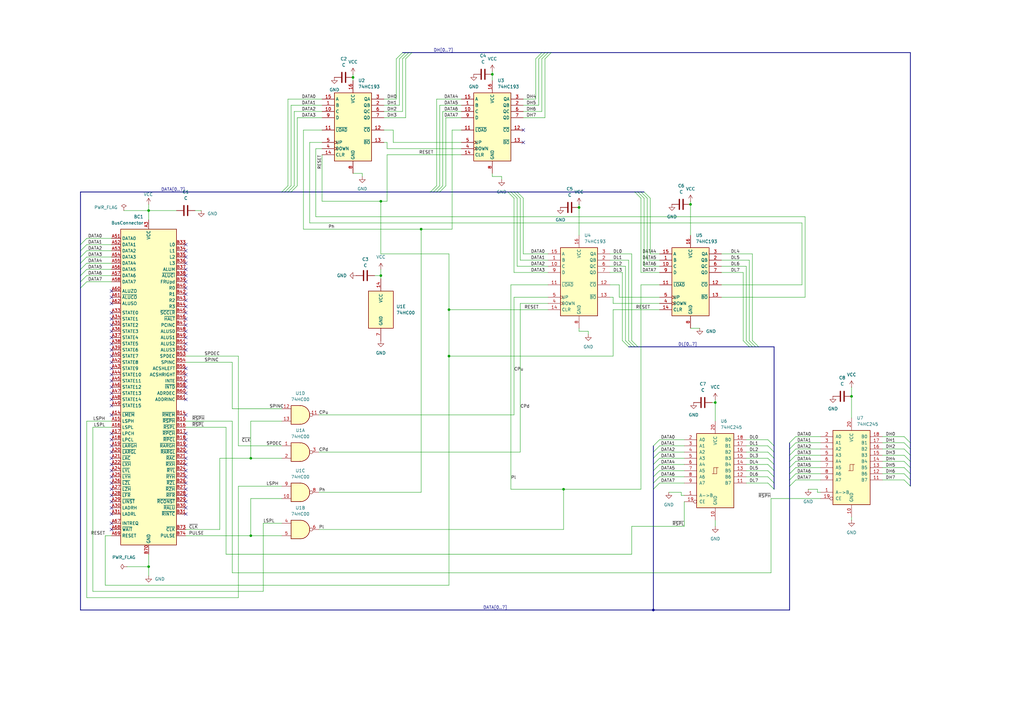
<source format=kicad_sch>
(kicad_sch (version 20250114) (generator "eeschema") (generator_version "9.0")
  (paper "A3")
  (junction (at 293.37 165.1))
  (junction (at 144.78 31.75))
  (junction (at 267.97 250.19))
  (junction (at 102.87 219.71))
  (junction (at 349.25 162.56))
  (junction (at 156.21 113.03))
  (junction (at 102.87 187.96))
  (junction (at 283.21 83.82))
  (junction (at 184.15 146.05))
  (junction (at 156.21 82.55))
  (junction (at 237.49 85.09))
  (junction (at 172.72 93.98))
  (junction (at 201.93 30.48))
  (junction (at 231.14 200.66))
  (junction (at 60.96 86.36))
  (junction (at 184.15 127))
  (junction (at 60.96 232.41))
  (no_connect (at 76.2 125.73))
  (no_connect (at 76.2 161.29))
  (no_connect (at 76.2 208.28))
  (no_connect (at 45.72 214.63))
  (no_connect (at 45.72 161.29))
  (no_connect (at 76.2 107.95))
  (no_connect (at 45.72 121.92))
  (no_connect (at 76.2 143.51))
  (no_connect (at 76.2 195.58))
  (no_connect (at 76.2 153.67))
  (no_connect (at 76.2 135.89))
  (no_connect (at 76.2 163.83))
  (no_connect (at 214.63 58.42))
  (no_connect (at 76.2 115.57))
  (no_connect (at 45.72 190.5))
  (no_connect (at 45.72 187.96))
  (no_connect (at 76.2 182.88))
  (no_connect (at 45.72 193.04))
  (no_connect (at 45.72 140.97))
  (no_connect (at 76.2 203.2))
  (no_connect (at 45.72 217.17))
  (no_connect (at 45.72 158.75))
  (no_connect (at 45.72 146.05))
  (no_connect (at 76.2 198.12))
  (no_connect (at 214.63 53.34))
  (no_connect (at 76.2 140.97))
  (no_connect (at 76.2 185.42))
  (no_connect (at 45.72 177.8))
  (no_connect (at 76.2 130.81))
  (no_connect (at 76.2 193.04))
  (no_connect (at 45.72 170.18))
  (no_connect (at 76.2 138.43))
  (no_connect (at 45.72 182.88))
  (no_connect (at 76.2 190.5))
  (no_connect (at 45.72 128.27))
  (no_connect (at 45.72 180.34))
  (no_connect (at 45.72 163.83))
  (no_connect (at 45.72 210.82))
  (no_connect (at 45.72 200.66))
  (no_connect (at 76.2 102.87))
  (no_connect (at 76.2 113.03))
  (no_connect (at 76.2 200.66))
  (no_connect (at 76.2 156.21))
  (no_connect (at 45.72 166.37))
  (no_connect (at 76.2 151.13))
  (no_connect (at 76.2 123.19))
  (no_connect (at 76.2 158.75))
  (no_connect (at 45.72 153.67))
  (no_connect (at 45.72 133.35))
  (no_connect (at 45.72 205.74))
  (no_connect (at 45.72 195.58))
  (no_connect (at 45.72 148.59))
  (no_connect (at 76.2 170.18))
  (no_connect (at 45.72 135.89))
  (no_connect (at 45.72 151.13))
  (no_connect (at 76.2 133.35))
  (no_connect (at 76.2 100.33))
  (no_connect (at 76.2 128.27))
  (no_connect (at 76.2 105.41))
  (no_connect (at 45.72 138.43))
  (no_connect (at 76.2 110.49))
  (no_connect (at 45.72 124.46))
  (no_connect (at 45.72 130.81))
  (no_connect (at 45.72 185.42))
  (no_connect (at 45.72 143.51))
  (no_connect (at 76.2 118.11))
  (no_connect (at 45.72 208.28))
  (no_connect (at 76.2 187.96))
  (no_connect (at 45.72 156.21))
  (no_connect (at 76.2 210.82))
  (no_connect (at 76.2 120.65))
  (no_connect (at 76.2 177.8))
  (no_connect (at 76.2 180.34))
  (no_connect (at 45.72 119.38))
  (no_connect (at 45.72 198.12))
  (no_connect (at 45.72 203.2))
  (no_connect (at 76.2 205.74))
  (bus_entry (at 209.55 78.74) (size 2.54 2.54))
  (bus_entry (at 317.5 193.04) (size -2.54 -2.54))
  (bus_entry (at 33.02 107.95) (size 2.54 -2.54))
  (bus_entry (at 267.97 198.12) (size 2.54 -2.54))
  (bus_entry (at 223.52 21.59) (size -2.54 2.54))
  (bus_entry (at 317.5 182.88) (size -2.54 -2.54))
  (bus_entry (at 264.16 78.74) (size 2.54 2.54))
  (bus_entry (at 259.08 142.24) (size -2.54 -2.54))
  (bus_entry (at 33.02 100.33) (size 2.54 -2.54))
  (bus_entry (at 116.84 78.74) (size 2.54 -2.54))
  (bus_entry (at 267.97 195.58) (size 2.54 -2.54))
  (bus_entry (at 267.97 193.04) (size 2.54 -2.54))
  (bus_entry (at 179.07 78.74) (size 2.54 -2.54))
  (bus_entry (at 323.85 181.61) (size 2.54 -2.54))
  (bus_entry (at 323.85 194.31) (size 2.54 -2.54))
  (bus_entry (at 176.53 78.74) (size 2.54 -2.54))
  (bus_entry (at 261.62 142.24) (size -2.54 -2.54))
  (bus_entry (at 308.61 142.24) (size -2.54 -2.54))
  (bus_entry (at 257.81 142.24) (size -2.54 -2.54))
  (bus_entry (at 373.38 189.23) (size -2.54 -2.54))
  (bus_entry (at 373.38 186.69) (size -2.54 -2.54))
  (bus_entry (at 212.09 78.74) (size 2.54 2.54))
  (bus_entry (at 168.91 21.59) (size -2.54 2.54))
  (bus_entry (at 118.11 78.74) (size 2.54 -2.54))
  (bus_entry (at 33.02 115.57) (size 2.54 -2.54))
  (bus_entry (at 373.38 199.39) (size -2.54 -2.54))
  (bus_entry (at 373.38 184.15) (size -2.54 -2.54))
  (bus_entry (at 177.8 78.74) (size 2.54 -2.54))
  (bus_entry (at 33.02 113.03) (size 2.54 -2.54))
  (bus_entry (at 323.85 186.69) (size 2.54 -2.54))
  (bus_entry (at 323.85 184.15) (size 2.54 -2.54))
  (bus_entry (at 33.02 118.11) (size 2.54 -2.54))
  (bus_entry (at 317.5 198.12) (size -2.54 -2.54))
  (bus_entry (at 267.97 187.96) (size 2.54 -2.54))
  (bus_entry (at 165.1 21.59) (size -2.54 2.54))
  (bus_entry (at 261.62 78.74) (size 2.54 2.54))
  (bus_entry (at 317.5 190.5) (size -2.54 -2.54))
  (bus_entry (at 317.5 195.58) (size -2.54 -2.54))
  (bus_entry (at 260.35 78.74) (size 2.54 2.54))
  (bus_entry (at 115.57 78.74) (size 2.54 -2.54))
  (bus_entry (at 323.85 196.85) (size 2.54 -2.54))
  (bus_entry (at 373.38 191.77) (size -2.54 -2.54))
  (bus_entry (at 323.85 189.23) (size 2.54 -2.54))
  (bus_entry (at 260.35 142.24) (size -2.54 -2.54))
  (bus_entry (at 309.88 142.24) (size -2.54 -2.54))
  (bus_entry (at 222.25 21.59) (size -2.54 2.54))
  (bus_entry (at 373.38 194.31) (size -2.54 -2.54))
  (bus_entry (at 208.28 78.74) (size 2.54 2.54))
  (bus_entry (at 311.15 142.24) (size -2.54 -2.54))
  (bus_entry (at 267.97 200.66) (size 2.54 -2.54))
  (bus_entry (at 224.79 21.59) (size -2.54 2.54))
  (bus_entry (at 33.02 110.49) (size 2.54 -2.54))
  (bus_entry (at 323.85 191.77) (size 2.54 -2.54))
  (bus_entry (at 226.06 21.59) (size -2.54 2.54))
  (bus_entry (at 323.85 199.39) (size 2.54 -2.54))
  (bus_entry (at 267.97 185.42) (size 2.54 -2.54))
  (bus_entry (at 267.97 190.5) (size 2.54 -2.54))
  (bus_entry (at 262.89 78.74) (size 2.54 2.54))
  (bus_entry (at 317.5 200.66) (size -2.54 -2.54))
  (bus_entry (at 210.82 78.74) (size 2.54 2.54))
  (bus_entry (at 33.02 102.87) (size 2.54 -2.54))
  (bus_entry (at 33.02 105.41) (size 2.54 -2.54))
  (bus_entry (at 373.38 181.61) (size -2.54 -2.54))
  (bus_entry (at 119.38 78.74) (size 2.54 -2.54))
  (bus_entry (at 317.5 187.96) (size -2.54 -2.54))
  (bus_entry (at 307.34 142.24) (size -2.54 -2.54))
  (bus_entry (at 180.34 78.74) (size 2.54 -2.54))
  (bus_entry (at 317.5 185.42) (size -2.54 -2.54))
  (bus_entry (at 373.38 196.85) (size -2.54 -2.54))
  (bus_entry (at 166.37 21.59) (size -2.54 2.54))
  (bus_entry (at 167.64 21.59) (size -2.54 2.54))
  (bus_entry (at 267.97 182.88) (size 2.54 -2.54))
  (bus (pts (xy 166.37 21.59) (xy 165.1 21.59)))
  (wire (pts (xy 121.92 48.26) (xy 132.08 48.26)))
  (wire (pts (xy 328.93 116.84) (xy 328.93 91.44)))
  (wire (pts (xy 97.79 199.39) (xy 115.57 199.39)))
  (wire (pts (xy 205.74 73.66) (xy 205.74 72.39)))
  (wire (pts (xy 43.18 219.71) (xy 43.18 240.03)))
  (bus (pts (xy 262.89 78.74) (xy 264.16 78.74)))
  (wire (pts (xy 210.82 170.18) (xy 130.81 170.18)))
  (wire (pts (xy 95.25 172.72) (xy 95.25 234.95)))
  (bus (pts (xy 257.81 142.24) (xy 259.08 142.24)))
  (wire (pts (xy 262.89 116.84) (xy 270.51 116.84)))
  (bus (pts (xy 267.97 198.12) (xy 267.97 200.66)))
  (wire (pts (xy 156.21 113.03) (xy 156.21 114.3)))
  (wire (pts (xy 35.56 113.03) (xy 45.72 113.03)))
  (wire (pts (xy 119.38 43.18) (xy 132.08 43.18)))
  (wire (pts (xy 308.61 139.7) (xy 308.61 104.14)))
  (wire (pts (xy 250.19 121.92) (xy 251.46 121.92)))
  (wire (pts (xy 35.56 172.72) (xy 35.56 245.11)))
  (wire (pts (xy 314.96 182.88) (xy 306.07 182.88)))
  (wire (pts (xy 209.55 200.66) (xy 231.14 200.66)))
  (wire (pts (xy 270.51 187.96) (xy 280.67 187.96)))
  (wire (pts (xy 326.39 186.69) (xy 336.55 186.69)))
  (wire (pts (xy 212.09 81.28) (xy 212.09 109.22)))
  (bus (pts (xy 267.97 185.42) (xy 267.97 187.96)))
  (wire (pts (xy 265.43 106.68) (xy 270.51 106.68)))
  (wire (pts (xy 304.8 139.7) (xy 304.8 111.76)))
  (bus (pts (xy 33.02 78.74) (xy 115.57 78.74)))
  (wire (pts (xy 185.42 53.34) (xy 189.23 53.34)))
  (wire (pts (xy 76.2 148.59) (xy 95.25 148.59)))
  (bus (pts (xy 261.62 78.74) (xy 262.89 78.74)))
  (wire (pts (xy 231.14 217.17) (xy 231.14 200.66)))
  (wire (pts (xy 314.96 193.04) (xy 306.07 193.04)))
  (wire (pts (xy 127 58.42) (xy 132.08 58.42)))
  (wire (pts (xy 370.84 194.31) (xy 361.95 194.31)))
  (wire (pts (xy 262.89 111.76) (xy 270.51 111.76)))
  (wire (pts (xy 124.46 93.98) (xy 124.46 53.34)))
  (wire (pts (xy 349.25 162.56) (xy 349.25 171.45)))
  (wire (pts (xy 35.56 105.41) (xy 45.72 105.41)))
  (wire (pts (xy 162.56 40.64) (xy 157.48 40.64)))
  (wire (pts (xy 214.63 81.28) (xy 214.63 104.14)))
  (wire (pts (xy 295.91 109.22) (xy 306.07 109.22)))
  (wire (pts (xy 279.4 201.93) (xy 279.4 203.2)))
  (bus (pts (xy 33.02 78.74) (xy 33.02 100.33)))
  (wire (pts (xy 179.07 76.2) (xy 179.07 40.64)))
  (wire (pts (xy 165.1 24.13) (xy 165.1 45.72)))
  (wire (pts (xy 43.18 219.71) (xy 45.72 219.71)))
  (wire (pts (xy 124.46 53.34) (xy 132.08 53.34)))
  (bus (pts (xy 267.97 195.58) (xy 267.97 198.12)))
  (wire (pts (xy 92.71 227.33) (xy 259.08 227.33)))
  (bus (pts (xy 167.64 21.59) (xy 166.37 21.59)))
  (wire (pts (xy 158.75 82.55) (xy 158.75 63.5)))
  (wire (pts (xy 82.55 86.36) (xy 80.01 86.36)))
  (bus (pts (xy 308.61 142.24) (xy 309.88 142.24)))
  (wire (pts (xy 213.36 124.46) (xy 224.79 124.46)))
  (wire (pts (xy 270.51 190.5) (xy 280.67 190.5)))
  (wire (pts (xy 201.93 33.02) (xy 201.93 30.48)))
  (wire (pts (xy 349.25 213.36) (xy 349.25 212.09)))
  (wire (pts (xy 293.37 163.83) (xy 293.37 165.1)))
  (wire (pts (xy 370.84 196.85) (xy 361.95 196.85)))
  (wire (pts (xy 254 121.92) (xy 270.51 121.92)))
  (wire (pts (xy 209.55 116.84) (xy 209.55 200.66)))
  (wire (pts (xy 156.21 104.14) (xy 156.21 82.55)))
  (wire (pts (xy 158.75 60.96) (xy 189.23 60.96)))
  (wire (pts (xy 220.98 43.18) (xy 214.63 43.18)))
  (bus (pts (xy 317.5 187.96) (xy 317.5 190.5)))
  (wire (pts (xy 38.1 175.26) (xy 45.72 175.26)))
  (wire (pts (xy 314.96 180.34) (xy 306.07 180.34)))
  (wire (pts (xy 326.39 196.85) (xy 336.55 196.85)))
  (wire (pts (xy 107.95 214.63) (xy 115.57 214.63)))
  (wire (pts (xy 92.71 175.26) (xy 92.71 227.33)))
  (wire (pts (xy 264.16 109.22) (xy 270.51 109.22)))
  (bus (pts (xy 33.02 100.33) (xy 33.02 102.87)))
  (bus (pts (xy 118.11 78.74) (xy 119.38 78.74)))
  (bus (pts (xy 311.15 142.24) (xy 317.5 142.24)))
  (bus (pts (xy 180.34 78.74) (xy 208.28 78.74)))
  (wire (pts (xy 166.37 24.13) (xy 166.37 48.26)))
  (wire (pts (xy 120.65 76.2) (xy 120.65 45.72)))
  (bus (pts (xy 267.97 190.5) (xy 267.97 193.04)))
  (wire (pts (xy 130.81 217.17) (xy 231.14 217.17)))
  (wire (pts (xy 241.3 135.89) (xy 241.3 137.16)))
  (wire (pts (xy 172.72 201.93) (xy 172.72 93.98)))
  (wire (pts (xy 306.07 139.7) (xy 306.07 109.22)))
  (bus (pts (xy 267.97 250.19) (xy 323.85 250.19)))
  (wire (pts (xy 35.56 102.87) (xy 45.72 102.87)))
  (wire (pts (xy 254 121.92) (xy 254 116.84)))
  (wire (pts (xy 124.46 93.98) (xy 172.72 93.98)))
  (bus (pts (xy 267.97 187.96) (xy 267.97 190.5)))
  (wire (pts (xy 119.38 76.2) (xy 119.38 43.18)))
  (bus (pts (xy 209.55 78.74) (xy 210.82 78.74)))
  (wire (pts (xy 331.47 200.66) (xy 335.28 200.66)))
  (wire (pts (xy 180.34 43.18) (xy 189.23 43.18)))
  (wire (pts (xy 262.89 200.66) (xy 262.89 116.84)))
  (wire (pts (xy 274.32 201.93) (xy 279.4 201.93)))
  (wire (pts (xy 60.96 86.36) (xy 72.39 86.36)))
  (bus (pts (xy 179.07 78.74) (xy 180.34 78.74)))
  (bus (pts (xy 119.38 78.74) (xy 176.53 78.74)))
  (wire (pts (xy 370.84 191.77) (xy 361.95 191.77)))
  (wire (pts (xy 148.59 71.12) (xy 148.59 72.39)))
  (wire (pts (xy 314.96 187.96) (xy 306.07 187.96)))
  (wire (pts (xy 214.63 104.14) (xy 224.79 104.14)))
  (wire (pts (xy 97.79 182.88) (xy 115.57 182.88)))
  (wire (pts (xy 270.51 195.58) (xy 280.67 195.58)))
  (wire (pts (xy 129.54 60.96) (xy 132.08 60.96)))
  (wire (pts (xy 50.8 86.36) (xy 60.96 86.36)))
  (bus (pts (xy 177.8 78.74) (xy 179.07 78.74)))
  (wire (pts (xy 220.98 24.13) (xy 220.98 43.18)))
  (bus (pts (xy 223.52 21.59) (xy 222.25 21.59)))
  (wire (pts (xy 213.36 185.42) (xy 130.81 185.42)))
  (wire (pts (xy 210.82 111.76) (xy 224.79 111.76)))
  (wire (pts (xy 161.29 58.42) (xy 189.23 58.42)))
  (wire (pts (xy 156.21 82.55) (xy 132.08 82.55)))
  (bus (pts (xy 267.97 200.66) (xy 267.97 250.19)))
  (wire (pts (xy 316.23 204.47) (xy 336.55 204.47)))
  (wire (pts (xy 270.51 185.42) (xy 280.67 185.42)))
  (wire (pts (xy 76.2 175.26) (xy 92.71 175.26)))
  (wire (pts (xy 295.91 121.92) (xy 330.2 121.92)))
  (wire (pts (xy 283.21 83.82) (xy 283.21 96.52)))
  (bus (pts (xy 323.85 196.85) (xy 323.85 199.39)))
  (wire (pts (xy 295.91 111.76) (xy 304.8 111.76)))
  (bus (pts (xy 323.85 184.15) (xy 323.85 186.69)))
  (bus (pts (xy 323.85 181.61) (xy 323.85 184.15)))
  (wire (pts (xy 222.25 24.13) (xy 222.25 45.72)))
  (wire (pts (xy 370.84 186.69) (xy 361.95 186.69)))
  (wire (pts (xy 314.96 195.58) (xy 306.07 195.58)))
  (bus (pts (xy 317.5 193.04) (xy 317.5 195.58)))
  (wire (pts (xy 213.36 106.68) (xy 224.79 106.68)))
  (wire (pts (xy 184.15 127) (xy 184.15 104.14)))
  (wire (pts (xy 219.71 24.13) (xy 219.71 40.64)))
  (bus (pts (xy 226.06 21.59) (xy 373.38 21.59)))
  (wire (pts (xy 270.51 180.34) (xy 280.67 180.34)))
  (wire (pts (xy 270.51 182.88) (xy 280.67 182.88)))
  (wire (pts (xy 90.17 187.96) (xy 102.87 187.96)))
  (bus (pts (xy 168.91 21.59) (xy 167.64 21.59)))
  (wire (pts (xy 264.16 81.28) (xy 264.16 109.22)))
  (wire (pts (xy 237.49 135.89) (xy 237.49 134.62)))
  (wire (pts (xy 256.54 139.7) (xy 256.54 109.22)))
  (wire (pts (xy 349.25 158.75) (xy 349.25 162.56)))
  (wire (pts (xy 181.61 45.72) (xy 189.23 45.72)))
  (wire (pts (xy 270.51 193.04) (xy 280.67 193.04)))
  (bus (pts (xy 261.62 142.24) (xy 307.34 142.24)))
  (wire (pts (xy 129.54 88.9) (xy 129.54 60.96)))
  (wire (pts (xy 35.56 245.11) (xy 97.79 245.11)))
  (wire (pts (xy 330.2 121.92) (xy 330.2 88.9)))
  (wire (pts (xy 102.87 172.72) (xy 115.57 172.72)))
  (wire (pts (xy 251.46 124.46) (xy 270.51 124.46)))
  (wire (pts (xy 326.39 181.61) (xy 336.55 181.61)))
  (wire (pts (xy 201.93 29.21) (xy 201.93 30.48)))
  (wire (pts (xy 102.87 187.96) (xy 115.57 187.96)))
  (wire (pts (xy 259.08 139.7) (xy 259.08 104.14)))
  (wire (pts (xy 370.84 181.61) (xy 361.95 181.61)))
  (wire (pts (xy 210.82 121.92) (xy 224.79 121.92)))
  (bus (pts (xy 323.85 199.39) (xy 323.85 250.19)))
  (bus (pts (xy 33.02 250.19) (xy 267.97 250.19)))
  (wire (pts (xy 184.15 146.05) (xy 184.15 127)))
  (bus (pts (xy 317.5 185.42) (xy 317.5 187.96)))
  (bus (pts (xy 317.5 195.58) (xy 317.5 198.12)))
  (wire (pts (xy 76.2 172.72) (xy 95.25 172.72)))
  (wire (pts (xy 158.75 63.5) (xy 189.23 63.5)))
  (wire (pts (xy 330.2 88.9) (xy 129.54 88.9)))
  (wire (pts (xy 130.81 201.93) (xy 172.72 201.93)))
  (wire (pts (xy 266.7 104.14) (xy 270.51 104.14)))
  (wire (pts (xy 335.28 201.93) (xy 336.55 201.93)))
  (bus (pts (xy 373.38 194.31) (xy 373.38 196.85)))
  (bus (pts (xy 116.84 78.74) (xy 118.11 78.74)))
  (wire (pts (xy 102.87 204.47) (xy 115.57 204.47)))
  (bus (pts (xy 317.5 198.12) (xy 317.5 200.66)))
  (wire (pts (xy 259.08 227.33) (xy 259.08 215.9)))
  (wire (pts (xy 121.92 76.2) (xy 121.92 48.26)))
  (bus (pts (xy 373.38 184.15) (xy 373.38 186.69)))
  (wire (pts (xy 184.15 240.03) (xy 184.15 146.05)))
  (wire (pts (xy 97.79 245.11) (xy 97.79 199.39)))
  (wire (pts (xy 158.75 60.96) (xy 158.75 58.42)))
  (wire (pts (xy 328.93 91.44) (xy 127 91.44)))
  (bus (pts (xy 373.38 186.69) (xy 373.38 189.23)))
  (wire (pts (xy 314.96 198.12) (xy 306.07 198.12)))
  (wire (pts (xy 184.15 127) (xy 224.79 127)))
  (wire (pts (xy 38.1 175.26) (xy 38.1 242.57)))
  (wire (pts (xy 172.72 93.98) (xy 185.42 93.98)))
  (bus (pts (xy 267.97 193.04) (xy 267.97 195.58)))
  (wire (pts (xy 43.18 240.03) (xy 184.15 240.03)))
  (bus (pts (xy 224.79 21.59) (xy 223.52 21.59)))
  (wire (pts (xy 185.42 93.98) (xy 185.42 53.34)))
  (wire (pts (xy 295.91 116.84) (xy 328.93 116.84)))
  (bus (pts (xy 208.28 78.74) (xy 209.55 78.74)))
  (bus (pts (xy 373.38 189.23) (xy 373.38 191.77)))
  (wire (pts (xy 144.78 30.48) (xy 144.78 31.75)))
  (wire (pts (xy 326.39 189.23) (xy 336.55 189.23)))
  (wire (pts (xy 295.91 106.68) (xy 307.34 106.68)))
  (bus (pts (xy 323.85 189.23) (xy 323.85 191.77)))
  (wire (pts (xy 283.21 82.55) (xy 283.21 83.82)))
  (bus (pts (xy 323.85 186.69) (xy 323.85 189.23)))
  (wire (pts (xy 148.59 71.12) (xy 144.78 71.12)))
  (bus (pts (xy 373.38 21.59) (xy 373.38 181.61)))
  (wire (pts (xy 259.08 104.14) (xy 250.19 104.14)))
  (wire (pts (xy 251.46 146.05) (xy 251.46 127)))
  (wire (pts (xy 165.1 45.72) (xy 157.48 45.72)))
  (wire (pts (xy 205.74 72.39) (xy 201.93 72.39)))
  (bus (pts (xy 259.08 142.24) (xy 260.35 142.24)))
  (wire (pts (xy 213.36 124.46) (xy 213.36 185.42)))
  (wire (pts (xy 255.27 111.76) (xy 250.19 111.76)))
  (bus (pts (xy 373.38 196.85) (xy 373.38 199.39)))
  (wire (pts (xy 241.3 135.89) (xy 237.49 135.89)))
  (wire (pts (xy 259.08 215.9) (xy 280.67 215.9)))
  (wire (pts (xy 76.2 217.17) (xy 90.17 217.17)))
  (wire (pts (xy 161.29 53.34) (xy 161.29 58.42)))
  (bus (pts (xy 323.85 191.77) (xy 323.85 194.31)))
  (wire (pts (xy 370.84 184.15) (xy 361.95 184.15)))
  (wire (pts (xy 326.39 179.07) (xy 336.55 179.07)))
  (wire (pts (xy 237.49 85.09) (xy 237.49 96.52)))
  (wire (pts (xy 180.34 76.2) (xy 180.34 43.18)))
  (wire (pts (xy 370.84 189.23) (xy 361.95 189.23)))
  (bus (pts (xy 33.02 118.11) (xy 33.02 250.19)))
  (bus (pts (xy 373.38 181.61) (xy 373.38 184.15)))
  (wire (pts (xy 163.83 24.13) (xy 163.83 43.18)))
  (wire (pts (xy 60.96 232.41) (xy 60.96 236.22)))
  (wire (pts (xy 237.49 83.82) (xy 237.49 85.09)))
  (wire (pts (xy 316.23 234.95) (xy 316.23 204.47)))
  (wire (pts (xy 95.25 234.95) (xy 316.23 234.95)))
  (wire (pts (xy 102.87 172.72) (xy 102.87 187.96)))
  (wire (pts (xy 76.2 146.05) (xy 97.79 146.05)))
  (wire (pts (xy 370.84 179.07) (xy 361.95 179.07)))
  (wire (pts (xy 179.07 40.64) (xy 189.23 40.64)))
  (bus (pts (xy 260.35 142.24) (xy 261.62 142.24)))
  (wire (pts (xy 255.27 139.7) (xy 255.27 111.76)))
  (bus (pts (xy 115.57 78.74) (xy 116.84 78.74)))
  (bus (pts (xy 33.02 102.87) (xy 33.02 105.41)))
  (bus (pts (xy 317.5 142.24) (xy 317.5 182.88)))
  (wire (pts (xy 153.67 113.03) (xy 156.21 113.03)))
  (wire (pts (xy 107.95 242.57) (xy 107.95 214.63)))
  (bus (pts (xy 317.5 182.88) (xy 317.5 185.42)))
  (bus (pts (xy 176.53 78.74) (xy 177.8 78.74)))
  (wire (pts (xy 250.19 109.22) (xy 256.54 109.22)))
  (wire (pts (xy 280.67 205.74) (xy 280.67 215.9)))
  (wire (pts (xy 326.39 184.15) (xy 336.55 184.15)))
  (bus (pts (xy 260.35 78.74) (xy 261.62 78.74)))
  (wire (pts (xy 163.83 43.18) (xy 157.48 43.18)))
  (bus (pts (xy 309.88 142.24) (xy 311.15 142.24)))
  (wire (pts (xy 283.21 134.62) (xy 287.02 134.62)))
  (bus (pts (xy 33.02 110.49) (xy 33.02 113.03)))
  (bus (pts (xy 33.02 115.57) (xy 33.02 118.11)))
  (bus (pts (xy 33.02 107.95) (xy 33.02 110.49)))
  (wire (pts (xy 181.61 76.2) (xy 181.61 45.72)))
  (wire (pts (xy 326.39 191.77) (xy 336.55 191.77)))
  (wire (pts (xy 231.14 200.66) (xy 262.89 200.66)))
  (wire (pts (xy 335.28 200.66) (xy 335.28 201.93)))
  (bus (pts (xy 33.02 105.41) (xy 33.02 107.95)))
  (wire (pts (xy 182.88 76.2) (xy 182.88 48.26)))
  (wire (pts (xy 222.25 45.72) (xy 214.63 45.72)))
  (wire (pts (xy 210.82 121.92) (xy 210.82 170.18)))
  (wire (pts (xy 38.1 242.57) (xy 107.95 242.57)))
  (wire (pts (xy 292.1 165.1) (xy 293.37 165.1)))
  (wire (pts (xy 265.43 81.28) (xy 265.43 106.68)))
  (wire (pts (xy 210.82 81.28) (xy 210.82 111.76)))
  (wire (pts (xy 293.37 213.36) (xy 293.37 215.9)))
  (wire (pts (xy 251.46 121.92) (xy 251.46 124.46)))
  (bus (pts (xy 317.5 190.5) (xy 317.5 193.04)))
  (wire (pts (xy 314.96 185.42) (xy 306.07 185.42)))
  (bus (pts (xy 373.38 191.77) (xy 373.38 194.31)))
  (bus (pts (xy 260.35 78.74) (xy 212.09 78.74)))
  (wire (pts (xy 60.96 86.36) (xy 60.96 90.17)))
  (wire (pts (xy 35.56 100.33) (xy 45.72 100.33)))
  (wire (pts (xy 35.56 115.57) (xy 45.72 115.57)))
  (wire (pts (xy 250.19 116.84) (xy 254 116.84)))
  (bus (pts (xy 33.02 113.03) (xy 33.02 115.57)))
  (wire (pts (xy 97.79 146.05) (xy 97.79 182.88)))
  (wire (pts (xy 76.2 219.71) (xy 102.87 219.71)))
  (wire (pts (xy 52.07 232.41) (xy 60.96 232.41)))
  (wire (pts (xy 102.87 204.47) (xy 102.87 219.71)))
  (wire (pts (xy 132.08 82.55) (xy 132.08 63.5)))
  (wire (pts (xy 60.96 227.33) (xy 60.96 232.41)))
  (wire (pts (xy 257.81 106.68) (xy 250.19 106.68)))
  (wire (pts (xy 95.25 148.59) (xy 95.25 167.64)))
  (bus (pts (xy 210.82 78.74) (xy 212.09 78.74)))
  (wire (pts (xy 182.88 48.26) (xy 189.23 48.26)))
  (bus (pts (xy 267.97 182.88) (xy 267.97 185.42)))
  (wire (pts (xy 314.96 190.5) (xy 306.07 190.5)))
  (bus (pts (xy 226.06 21.59) (xy 224.79 21.59)))
  (wire (pts (xy 213.36 81.28) (xy 213.36 106.68)))
  (wire (pts (xy 214.63 48.26) (xy 223.52 48.26)))
  (wire (pts (xy 95.25 167.64) (xy 115.57 167.64)))
  (wire (pts (xy 158.75 58.42) (xy 157.48 58.42)))
  (bus (pts (xy 307.34 142.24) (xy 308.61 142.24)))
  (wire (pts (xy 223.52 24.13) (xy 223.52 48.26)))
  (wire (pts (xy 326.39 194.31) (xy 336.55 194.31)))
  (wire (pts (xy 257.81 139.7) (xy 257.81 106.68)))
  (bus (pts (xy 168.91 21.59) (xy 222.25 21.59)))
  (wire (pts (xy 307.34 139.7) (xy 307.34 106.68)))
  (wire (pts (xy 270.51 198.12) (xy 280.67 198.12)))
  (wire (pts (xy 166.37 48.26) (xy 157.48 48.26)))
  (wire (pts (xy 212.09 109.22) (xy 224.79 109.22)))
  (wire (pts (xy 35.56 97.79) (xy 45.72 97.79)))
  (wire (pts (xy 102.87 219.71) (xy 115.57 219.71)))
  (wire (pts (xy 219.71 40.64) (xy 214.63 40.64)))
  (wire (pts (xy 35.56 110.49) (xy 45.72 110.49)))
  (wire (pts (xy 157.48 53.34) (xy 161.29 53.34)))
  (wire (pts (xy 201.93 72.39) (xy 201.93 71.12)))
  (wire (pts (xy 118.11 76.2) (xy 118.11 40.64)))
  (bus (pts (xy 323.85 194.31) (xy 323.85 196.85)))
  (wire (pts (xy 120.65 45.72) (xy 132.08 45.72)))
  (wire (pts (xy 184.15 146.05) (xy 251.46 146.05)))
  (wire (pts (xy 35.56 107.95) (xy 45.72 107.95)))
  (wire (pts (xy 293.37 165.1) (xy 293.37 172.72)))
  (wire (pts (xy 144.78 31.75) (xy 144.78 33.02)))
  (wire (pts (xy 266.7 81.28) (xy 266.7 104.14)))
  (wire (pts (xy 251.46 127) (xy 270.51 127)))
  (wire (pts (xy 209.55 116.84) (xy 224.79 116.84)))
  (wire (pts (xy 184.15 104.14) (xy 156.21 104.14)))
  (wire (pts (xy 156.21 82.55) (xy 158.75 82.55)))
  (wire (pts (xy 118.11 40.64) (xy 132.08 40.64)))
  (wire (pts (xy 295.91 104.14) (xy 308.61 104.14)))
  (wire (pts (xy 156.21 110.49) (xy 156.21 113.03)))
  (wire (pts (xy 127 91.44) (xy 127 58.42)))
  (wire (pts (xy 90.17 217.17) (xy 90.17 187.96)))
  (wire (pts (xy 162.56 24.13) (xy 162.56 40.64)))
  (wire (pts (xy 60.96 83.82) (xy 60.96 86.36)))
  (wire (pts (xy 35.56 172.72) (xy 45.72 172.72)))
  (wire (pts (xy 262.89 81.28) (xy 262.89 111.76)))
  (wire (pts (xy 279.4 203.2) (xy 280.67 203.2)))
  (label "DL0" (at 251.46 104.14 0))
  (label "DL4" (at 299.72 104.14 0))
  (label "DH6" (at 215.9 45.72 0))
  (label "DL5" (at 299.72 106.68 0))
  (label "DATA0" (at 276.86 180.34 180))
  (label "~{RSPH}" (at 316.23 204.47 180))
  (label "DATA7" (at 187.96 48.26 180))
  (label "DATA6" (at 187.96 45.72 180))
  (label "RESET" (at 220.98 127 180))
  (label "DATA5" (at 332.74 191.77 180))
  (label "DL7" (at 307.34 198.12 0))
  (label "DATA3" (at 332.74 186.69 180))
  (label "DL0" (at 307.34 180.34 0))
  (label "LSPH" (at 109.22 199.39 0))
  (label "DH6" (at 363.22 194.31 0))
  (label "DATA2" (at 223.52 109.22 180))
  (label "DATA7" (at 276.86 198.12 180))
  (label "DL2" (at 307.34 185.42 0))
  (label "DATA3" (at 276.86 187.96 180))
  (label "DATA[0..7]" (at 198.12 250.19 0))
  (label "DATA0" (at 41.91 97.79 180))
  (label "DATA3" (at 223.52 111.76 180))
  (label "DATA7" (at 269.24 111.76 180))
  (label "DATA[0..7]" (at 66.04 78.74 0))
  (label "RESET" (at 177.8 63.5 180))
  (label "RESET" (at 43.18 219.71 180))
  (label "DATA4" (at 276.86 190.5 180))
  (label "DATA3" (at 129.54 48.26 180))
  (label "DL6" (at 299.72 109.22 0))
  (label "PULSE" (at 77.47 219.71 0))
  (label "DATA6" (at 276.86 195.58 180))
  (label "DL7" (at 299.72 111.76 0))
  (label "RESET" (at 132.08 63.5 270))
  (label "Pl" (at 209.55 196.85 0))
  (label "LSPH" (at 43.18 172.72 180))
  (label "DATA2" (at 276.86 185.42 180))
  (label "DATA4" (at 332.74 189.23 180))
  (label "DH5" (at 215.9 43.18 0))
  (label "DH0" (at 363.22 179.07 0))
  (label "DL2" (at 251.46 109.22 0))
  (label "DATA7" (at 41.91 115.57 180))
  (label "DATA4" (at 41.91 107.95 180))
  (label "DL1" (at 307.34 182.88 0))
  (label "CPu" (at 130.81 170.18 0))
  (label "CPd" (at 130.81 185.42 0))
  (label "DATA3" (at 41.91 105.41 180))
  (label "CPu" (at 210.82 152.4 0))
  (label "DH4" (at 215.9 40.64 0))
  (label "DH4" (at 363.22 189.23 0))
  (label "DATA0" (at 223.52 104.14 180))
  (label "DATA1" (at 223.52 106.68 180))
  (label "DH2" (at 158.75 45.72 0))
  (label "DL3" (at 307.34 187.96 0))
  (label "DATA1" (at 41.91 100.33 180))
  (label "DH3" (at 158.75 48.26 0))
  (label "DATA4" (at 269.24 104.14 180))
  (label "DATA2" (at 41.91 102.87 180))
  (label "~{CLK}" (at 77.47 217.17 0))
  (label "DH3" (at 363.22 186.69 0))
  (label "DATA5" (at 41.91 110.49 180))
  (label "LSPL" (at 107.95 214.63 0))
  (label "~{RSPL}" (at 78.74 175.26 0))
  (label "DATA6" (at 41.91 113.03 180))
  (label "DL6" (at 307.34 195.58 0))
  (label "DL4" (at 307.34 190.5 0))
  (label "DL3" (at 251.46 111.76 0))
  (label "~{RSPH}" (at 78.74 172.72 0))
  (label "Ph" (at 134.62 93.98 0))
  (label "SPINC" (at 110.49 167.64 0))
  (label "DH1" (at 363.22 181.61 0))
  (label "DH7" (at 363.22 196.85 0))
  (label "DATA5" (at 276.86 193.04 180))
  (label "SPINC" (at 83.82 148.59 0))
  (label "DL1" (at 251.46 106.68 0))
  (label "RESET" (at 266.7 127 180))
  (label "DH[0..7]" (at 177.8 21.59 0))
  (label "DATA5" (at 187.96 43.18 180))
  (label "DATA0" (at 332.74 179.07 180))
  (label "DATA4" (at 187.96 40.64 180))
  (label "~{CLK}" (at 102.87 181.61 180))
  (label "DH2" (at 363.22 184.15 0))
  (label "CPd" (at 213.36 167.64 0))
  (label "DATA2" (at 129.54 45.72 180))
  (label "LSPL" (at 43.18 175.26 180))
  (label "DATA0" (at 129.54 40.64 180))
  (label "DATA5" (at 269.24 106.68 180))
  (label "DATA6" (at 332.74 194.31 180))
  (label "DH0" (at 158.75 40.64 0))
  (label "Pl" (at 130.81 217.17 0))
  (label "DH1" (at 158.75 43.18 0))
  (label "SPDEC" (at 83.82 146.05 0))
  (label "DATA1" (at 129.54 43.18 180))
  (label "DL[0..7]" (at 278.13 142.24 0))
  (label "SPDEC" (at 109.22 182.88 0))
  (label "DATA1" (at 332.74 181.61 180))
  (label "DH7" (at 215.9 48.26 0))
  (label "DATA2" (at 332.74 184.15 180))
  (label "DH5" (at 363.22 191.77 0))
  (label "DL5" (at 307.34 193.04 0))
  (label "DATA7" (at 332.74 196.85 180))
  (label "~{RSPL}" (at 280.67 215.9 180))
  (label "DATA6" (at 269.24 109.22 180))
  (label "DATA1" (at 276.86 182.88 180))
  (label "Ph" (at 130.81 201.93 0))
  (symbol (lib_id "power:VCC") (at 283.21 82.55 0) (unit 1)
    (property "Reference" "#PWR018" (effects (hide yes)))
    (property "Value" "VCC" (at 283.21 77.47 0))
    (property "Description" "Power symbol creates a global label with name \"VCC\"" (effects (hide yes)))
  )
  (symbol (lib_id "Device:C") (at 198.12 30.48 90) (unit 1)
    (property "Reference" "C4" (at 198.12 22.86 90))
    (property "Value" "C" (at 198.12 25.4 90))
    (property "Footprint" "Capacitor_THT:C_Disc_D5.0mm_W2.5mm_P5.00mm" (effects (hide yes)))
    (property "Description" "Unpolarized capacitor" (effects (hide yes)))
  )
  (symbol (lib_id "Device:C") (at 279.4 83.82 90) (unit 1)
    (property "Reference" "C6" (at 279.4 76.2 90))
    (property "Value" "C" (at 279.4 78.74 90))
    (property "Footprint" "Capacitor_THT:C_Disc_D5.0mm_W2.5mm_P5.00mm" (effects (hide yes)))
    (property "Description" "Unpolarized capacitor" (effects (hide yes)))
  )
  (symbol (lib_id "power:PWR_FLAG") (at 52.07 232.41 90) (unit 1)
    (property "Reference" "#FLG01" (effects (hide yes)))
    (property "Value" "PWR_FLAG" (at 50.8 228.6 90))
    (property "Description" "Special symbol for telling ERC where power comes from" (effects (hide yes)))
  )
  (symbol (lib_id "power:GND") (at 349.25 213.36 0) (unit 1)
    (property "Reference" "#PWR026" (effects (hide yes)))
    (property "Value" "GND" (at 349.25 218.44 0))
    (property "Description" "Power symbol creates a global label with name \"GND\" , ground" (effects (hide yes)))
  )
  (symbol (lib_id "power:GND") (at 82.55 86.36 0) (mirror y) (unit 1)
    (property "Reference" "#PWR03" (effects (hide yes)))
    (property "Value" "GND" (at 85.09 87.6299 0) (effects (justify right)))
    (property "Description" "Power symbol creates a global label with name \"GND\" , ground" (effects (hide yes)))
  )
  (symbol (lib_id "Device:C") (at 288.29 165.1 270) (unit 1)
    (property "Reference" "C7" (at 288.29 157.48 90))
    (property "Value" "C" (at 288.29 160.02 90))
    (property "Footprint" "Capacitor_THT:C_Disc_D5.0mm_W2.5mm_P5.00mm" (effects (hide yes)))
    (property "Description" "Unpolarized capacitor" (effects (hide yes)))
  )
  (symbol (lib_id "power:PWR_FLAG") (at 50.8 86.36 0) (mirror y) (unit 1)
    (property "Reference" "#FLG02" (effects (hide yes)))
    (property "Value" "PWR_FLAG" (at 48.26 85.0899 0) (effects (justify left)))
    (property "Description" "Special symbol for telling ERC where power comes from" (effects (hide yes)))
  )
  (symbol (lib_id "power:VCC") (at 156.21 110.49 0) (unit 1)
    (property "Reference" "#PWR08" (effects (hide yes)))
    (property "Value" "VCC" (at 156.21 105.41 0))
    (property "Description" "Power symbol creates a global label with name \"VCC\"" (effects (hide yes)))
  )
  (symbol (lib_id "power:GND") (at 331.47 200.66 0) (unit 1)
    (property "Reference" "#PWR023" (effects (hide yes)))
    (property "Value" "GND" (at 331.47 205.74 0))
    (property "Description" "Power symbol creates a global label with name \"GND\" , ground" (effects (hide yes)))
  )
  (symbol (lib_id "power:GND") (at 287.02 134.62 0) (unit 1)
    (property "Reference" "#PWR020" (effects (hide yes)))
    (property "Value" "GND" (at 289.56 135.8899 0) (effects (justify left)))
    (property "Description" "Power symbol creates a global label with name \"GND\" , ground" (effects (hide yes)))
  )
  (symbol (lib_id "74xx:74HC193") (at 201.93 50.8 0) (unit 1)
    (property "Reference" "U3" (at 204.0733 33.02 0) (effects (justify left)))
    (property "Value" "74HC193" (at 204.0733 35.56 0) (effects (justify left)))
    (property "Footprint" "Package_DIP:DIP-16_W7.62mm_Socket_LongPads" (effects (hide yes)))
    (property "Datasheet" "https://assets.nexperia.com/documents/data-sheet/74HC_HCT193.pdf" (effects (hide yes)))
    (property "Description" "Synchronous 4-bit Up/Down (2 clk) counter" (effects (hide yes)))
  )
  (symbol (lib_id "power:VCC") (at 60.96 83.82 0) (mirror y) (unit 1)
    (property "Reference" "#PWR02" (effects (hide yes)))
    (property "Value" "VCC" (at 62.738 79.756 0) (effects (justify left)))
    (property "Description" "Power symbol creates a global label with name \"VCC\"" (effects (hide yes)))
  )
  (symbol (lib_id "power:GND") (at 293.37 215.9 0) (unit 1)
    (property "Reference" "#PWR022" (effects (hide yes)))
    (property "Value" "GND" (at 293.37 220.98 0))
    (property "Description" "Power symbol creates a global label with name \"GND\" , ground" (effects (hide yes)))
  )
  (symbol (lib_id "power:GND") (at 229.87 85.09 0) (unit 1)
    (property "Reference" "#PWR013" (effects (hide yes)))
    (property "Value" "GND" (at 229.87 90.17 0))
    (property "Description" "Power symbol creates a global label with name \"GND\" , ground" (effects (hide yes)))
  )
  (symbol (lib_id "power:GND") (at 205.74 73.66 0) (unit 1)
    (property "Reference" "#PWR012" (effects (hide yes)))
    (property "Value" "GND" (at 205.74 78.74 0))
    (property "Description" "Power symbol creates a global label with name \"GND\" , ground" (effects (hide yes)))
  )
  (symbol (lib_id "74xx:74HC00") (at 123.19 170.18 0) (unit 4)
    (property "Reference" "U1" (at 123.1817 161.29 0))
    (property "Value" "74HC00" (at 123.1817 163.83 0))
    (property "Footprint" "Package_DIP:DIP-14_W7.62mm_Socket_LongPads" (effects (hide yes)))
    (property "Datasheet" "http://www.ti.com/lit/gpn/sn74hc00" (effects (hide yes)))
    (property "Description" "quad 2-input NAND gate" (effects (hide yes)))
  )
  (symbol (lib_id "power:GND") (at 284.48 165.1 0) (unit 1)
    (property "Reference" "#PWR019" (effects (hide yes)))
    (property "Value" "GND" (at 284.48 170.18 0))
    (property "Description" "Power symbol creates a global label with name \"GND\" , ground" (effects (hide yes)))
  )
  (symbol (lib_id "power:VCC") (at 237.49 83.82 0) (unit 1)
    (property "Reference" "#PWR014" (effects (hide yes)))
    (property "Value" "VCC" (at 237.49 78.74 0))
    (property "Description" "Power symbol creates a global label with name \"VCC\"" (effects (hide yes)))
  )
  (symbol (lib_id "Device:C") (at 76.2 86.36 90) (mirror x) (unit 1)
    (property "Reference" "C1" (at 76.2 78.74 90))
    (property "Value" "C" (at 76.2 81.28 90))
    (property "Footprint" "Capacitor_THT:C_Radial_D6.3mm_H5.0mm_P2.50mm" (effects (hide yes)))
    (property "Description" "Unpolarized capacitor" (effects (hide yes)))
  )
  (symbol (lib_id "74xx:74HC193") (at 144.78 50.8 0) (unit 1)
    (property "Reference" "U2" (at 146.9233 33.02 0) (effects (justify left)))
    (property "Value" "74HC193" (at 146.9233 35.56 0) (effects (justify left)))
    (property "Footprint" "Package_DIP:DIP-16_W7.62mm_Socket_LongPads" (effects (hide yes)))
    (property "Datasheet" "https://assets.nexperia.com/documents/data-sheet/74HC_HCT193.pdf" (effects (hide yes)))
    (property "Description" "Synchronous 4-bit Up/Down (2 clk) counter" (effects (hide yes)))
  )
  (symbol (lib_id "74xx:74HC245") (at 349.25 191.77 0) (unit 1)
    (property "Reference" "U7" (at 351.3933 171.45 0) (effects (justify left)))
    (property "Value" "74HC245" (at 351.3933 173.99 0) (effects (justify left)))
    (property "Footprint" "Package_DIP:DIP-20_W7.62mm_Socket_LongPads" (effects (hide yes)))
    (property "Datasheet" "http://www.ti.com/lit/gpn/sn74HC245" (effects (hide yes)))
    (property "Description" "Octal BUS Transceivers, 3-State outputs" (effects (hide yes)))
  )
  (symbol (lib_id "power:GND") (at 146.05 113.03 270) (unit 1)
    (property "Reference" "#PWR06" (effects (hide yes)))
    (property "Value" "GND" (at 142.24 113.0299 90) (effects (justify right)))
    (property "Description" "Power symbol creates a global label with name \"GND\" , ground" (effects (hide yes)))
  )
  (symbol (lib_id "power:GND") (at 137.16 31.75 0) (unit 1)
    (property "Reference" "#PWR04" (effects (hide yes)))
    (property "Value" "GND" (at 137.16 36.83 0))
    (property "Description" "Power symbol creates a global label with name \"GND\" , ground" (effects (hide yes)))
  )
  (symbol (lib_id "Device:C") (at 140.97 31.75 90) (unit 1)
    (property "Reference" "C2" (at 140.97 24.13 90))
    (property "Value" "C" (at 140.97 26.67 90))
    (property "Footprint" "Capacitor_THT:C_Disc_D5.0mm_W2.5mm_P5.00mm" (effects (hide yes)))
    (property "Description" "Unpolarized capacitor" (effects (hide yes)))
  )
  (symbol (lib_id "74xx:74HC00") (at 156.21 127 0) (unit 5)
    (property "Reference" "U1" (at 162.56 125.7299 0) (effects (justify left)))
    (property "Value" "74HC00" (at 162.56 128.2699 0) (effects (justify left)))
    (property "Footprint" "Package_DIP:DIP-14_W7.62mm_Socket_LongPads" (effects (hide yes)))
    (property "Datasheet" "http://www.ti.com/lit/gpn/sn74hc00" (effects (hide yes)))
    (property "Description" "quad 2-input NAND gate" (effects (hide yes)))
  )
  (symbol (lib_id "74xx:74HC00") (at 123.19 185.42 0) (unit 1)
    (property "Reference" "U1" (at 123.1817 176.53 0))
    (property "Value" "74HC00" (at 123.1817 179.07 0))
    (property "Footprint" "Package_DIP:DIP-14_W7.62mm_Socket_LongPads" (effects (hide yes)))
    (property "Datasheet" "http://www.ti.com/lit/gpn/sn74hc00" (effects (hide yes)))
    (property "Description" "quad 2-input NAND gate" (effects (hide yes)))
  )
  (symbol (lib_id "74xx:74HC245") (at 293.37 193.04 0) (unit 1)
    (property "Reference" "U6" (at 295.5133 172.72 0) (effects (justify left)))
    (property "Value" "74HC245" (at 295.5133 175.26 0) (effects (justify left)))
    (property "Footprint" "Package_DIP:DIP-20_W7.62mm_Socket_LongPads" (effects (hide yes)))
    (property "Datasheet" "http://www.ti.com/lit/gpn/sn74HC245" (effects (hide yes)))
    (property "Description" "Octal BUS Transceivers, 3-State outputs" (effects (hide yes)))
  )
  (symbol (lib_id "power:VCC") (at 144.78 30.48 0) (unit 1)
    (property "Reference" "#PWR05" (effects (hide yes)))
    (property "Value" "VCC" (at 144.78 25.4 0))
    (property "Description" "Power symbol creates a global label with name \"VCC\"" (effects (hide yes)))
  )
  (symbol (lib_id "power:VCC") (at 201.93 29.21 0) (unit 1)
    (property "Reference" "#PWR011" (effects (hide yes)))
    (property "Value" "VCC" (at 201.93 24.13 0))
    (property "Description" "Power symbol creates a global label with name \"VCC\"" (effects (hide yes)))
  )
  (symbol (lib_id "74xx:74HC193") (at 237.49 114.3 0) (unit 1)
    (property "Reference" "U4" (at 239.6333 96.52 0) (effects (justify left)))
    (property "Value" "74HC193" (at 239.6333 99.06 0) (effects (justify left)))
    (property "Footprint" "Package_DIP:DIP-16_W7.62mm_Socket_LongPads" (effects (hide yes)))
    (property "Datasheet" "https://assets.nexperia.com/documents/data-sheet/74HC_HCT193.pdf" (effects (hide yes)))
    (property "Description" "Synchronous 4-bit Up/Down (2 clk) counter" (effects (hide yes)))
  )
  (symbol (lib_id "power:GND") (at 341.63 162.56 0) (unit 1)
    (property "Reference" "#PWR024" (effects (hide yes)))
    (property "Value" "GND" (at 341.63 167.64 0))
    (property "Description" "Power symbol creates a global label with name \"GND\" , ground" (effects (hide yes)))
  )
  (symbol (lib_id "power:GND") (at 156.21 139.7 0) (unit 1)
    (property "Reference" "#PWR09" (effects (hide yes)))
    (property "Value" "GND" (at 156.21 144.78 0))
    (property "Description" "Power symbol creates a global label with name \"GND\" , ground" (effects (hide yes)))
  )
  (symbol (lib_id "power:GND") (at 241.3 137.16 0) (unit 1)
    (property "Reference" "#PWR015" (effects (hide yes)))
    (property "Value" "GND" (at 241.3 142.24 0))
    (property "Description" "Power symbol creates a global label with name \"GND\" , ground" (effects (hide yes)))
  )
  (symbol (lib_id "74xx:74HC00") (at 123.19 201.93 0) (unit 3)
    (property "Reference" "U1" (at 123.1817 193.04 0))
    (property "Value" "74HC00" (at 123.1817 195.58 0))
    (property "Footprint" "Package_DIP:DIP-14_W7.62mm_Socket_LongPads" (effects (hide yes)))
    (property "Datasheet" "http://www.ti.com/lit/gpn/sn74hc00" (effects (hide yes)))
    (property "Description" "quad 2-input NAND gate" (effects (hide yes)))
  )
  (symbol (lib_id "Device:C") (at 345.44 162.56 270) (unit 1)
    (property "Reference" "C8" (at 345.44 154.94 90))
    (property "Value" "C" (at 345.44 157.48 90))
    (property "Footprint" "Capacitor_THT:C_Disc_D5.0mm_W2.5mm_P5.00mm" (effects (hide yes)))
    (property "Description" "Unpolarized capacitor" (effects (hide yes)))
  )
  (symbol (lib_id "cpu816symbols:BusConnector") (at 60.96 158.75 0) (mirror y) (unit 1)
    (property "Reference" "BC1" (at 58.8167 88.9 0) (effects (justify left)))
    (property "Value" "BusConnector" (at 58.8167 91.44 0) (effects (justify left)))
    (property "Footprint" "Connector_PCBEdge:BUS_PCIexpress_x16" (effects (hide yes)))
    (property "Description" "PCI Express bus connector" (effects (hide yes)))
  )
  (symbol (lib_id "power:GND") (at 148.59 72.39 0) (unit 1)
    (property "Reference" "#PWR07" (effects (hide yes)))
    (property "Value" "GND" (at 148.59 77.47 0))
    (property "Description" "Power symbol creates a global label with name \"GND\" , ground" (effects (hide yes)))
  )
  (symbol (lib_id "Device:C") (at 149.86 113.03 90) (unit 1)
    (property "Reference" "C3" (at 149.86 106.3498 90))
    (property "Value" "C" (at 149.86 108.8898 90))
    (property "Footprint" "Capacitor_THT:C_Disc_D5.0mm_W2.5mm_P5.00mm" (effects (hide yes)))
    (property "Description" "Unpolarized capacitor" (effects (hide yes)))
  )
  (symbol (lib_id "74xx:74HC193") (at 283.21 114.3 0) (unit 1)
    (property "Reference" "U5" (at 285.3533 96.52 0) (effects (justify left)))
    (property "Value" "74HC193" (at 285.3533 99.06 0) (effects (justify left)))
    (property "Footprint" "Package_DIP:DIP-16_W7.62mm_Socket_LongPads" (effects (hide yes)))
    (property "Datasheet" "https://assets.nexperia.com/documents/data-sheet/74HC_HCT193.pdf" (effects (hide yes)))
    (property "Description" "Synchronous 4-bit Up/Down (2 clk) counter" (effects (hide yes)))
  )
  (symbol (lib_id "Device:C") (at 233.68 85.09 90) (unit 1)
    (property "Reference" "C5" (at 233.68 77.47 90))
    (property "Value" "C" (at 233.68 80.01 90))
    (property "Footprint" "Capacitor_THT:C_Disc_D5.0mm_W2.5mm_P5.00mm" (effects (hide yes)))
    (property "Description" "Unpolarized capacitor" (effects (hide yes)))
  )
  (symbol (lib_id "power:GND") (at 60.96 236.22 0) (unit 1)
    (property "Reference" "#PWR01" (effects (hide yes)))
    (property "Value" "GND" (at 63.5 237.4899 0) (effects (justify left)))
    (property "Description" "Power symbol creates a global label with name \"GND\" , ground" (effects (hide yes)))
  )
  (symbol (lib_id "power:VCC") (at 293.37 163.83 0) (unit 1)
    (property "Reference" "#PWR021" (effects (hide yes)))
    (property "Value" "VCC" (at 293.37 158.75 0))
    (property "Description" "Power symbol creates a global label with name \"VCC\"" (effects (hide yes)))
  )
  (symbol (lib_id "power:GND") (at 194.31 30.48 0) (unit 1)
    (property "Reference" "#PWR010" (effects (hide yes)))
    (property "Value" "GND" (at 194.31 35.56 0))
    (property "Description" "Power symbol creates a global label with name \"GND\" , ground" (effects (hide yes)))
  )
  (symbol (lib_id "power:GND") (at 274.32 201.93 0) (unit 1)
    (property "Reference" "#PWR017" (effects (hide yes)))
    (property "Value" "GND" (at 274.32 207.01 0))
    (property "Description" "Power symbol creates a global label with name \"GND\" , ground" (effects (hide yes)))
  )
  (symbol (lib_id "74xx:74HC00") (at 123.19 217.17 0) (unit 2)
    (property "Reference" "U1" (at 123.1817 208.28 0))
    (property "Value" "74HC00" (at 123.1817 210.82 0))
    (property "Footprint" "Package_DIP:DIP-14_W7.62mm_Socket_LongPads" (effects (hide yes)))
    (property "Datasheet" "http://www.ti.com/lit/gpn/sn74hc00" (effects (hide yes)))
    (property "Description" "quad 2-input NAND gate" (effects (hide yes)))
  )
  (symbol (lib_id "power:GND") (at 275.59 83.82 0) (unit 1)
    (property "Reference" "#PWR016" (effects (hide yes)))
    (property "Value" "GND" (at 275.59 88.9 0))
    (property "Description" "Power symbol creates a global label with name \"GND\" , ground" (effects (hide yes)))
  )
  (symbol (lib_id "power:VCC") (at 349.25 158.75 0) (unit 1)
    (property "Reference" "#PWR025" (effects (hide yes)))
    (property "Value" "VCC" (at 349.25 153.67 0))
    (property "Description" "Power symbol creates a global label with name \"VCC\"" (effects (hide yes)))
  )
)
</source>
